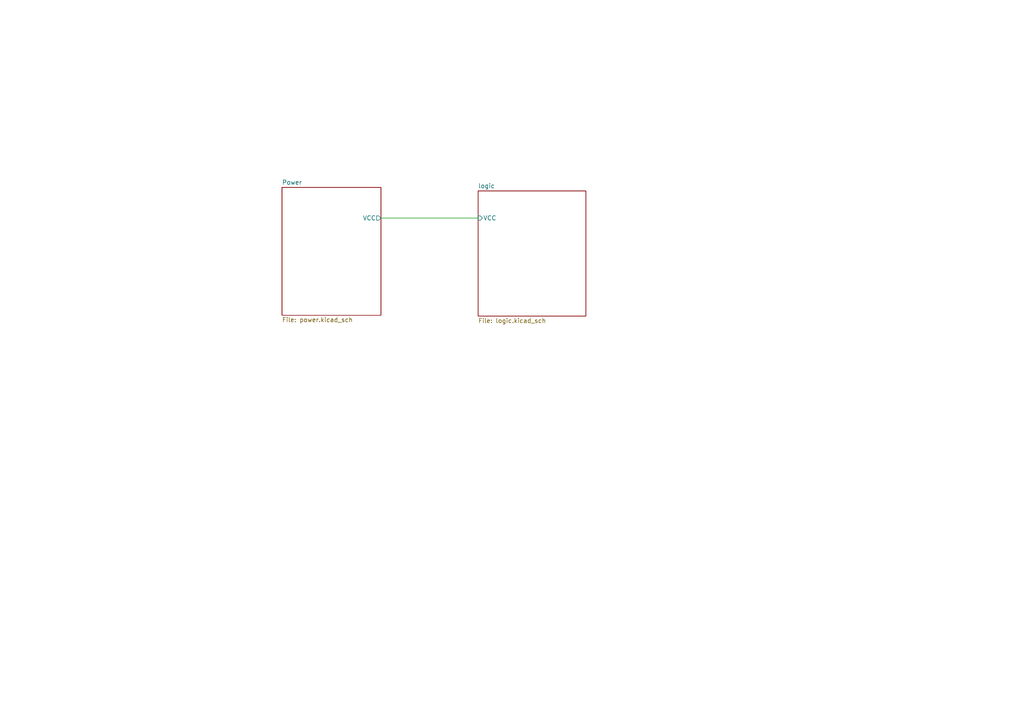
<source format=kicad_sch>
(kicad_sch (version 20211123) (generator eeschema)
  (paper "A4")
  (lib_symbols)
  (wire (pts (xy 110.49 63.246) (xy 138.684 63.246)))
  (sheet (at 81.788 54.356) (size 28.702 37.084)
    (property "Sheet name" "Power" (at 81.788 53.6444 0) (effects (justify left bottom)))
    (property "Sheet file" "power.kicad_sch" (at 81.788 92.0246 0) (effects (justify left top)))
    (pin "VCC" output (at 110.49 63.246 0))
  )
  (sheet (at 138.684 55.372) (size 31.242 36.322)
    (property "Sheet name" "logic" (at 138.684 54.6604 0) (effects (justify left bottom)))
    (property "Sheet file" "logic.kicad_sch" (at 138.684 92.2786 0) (effects (justify left top)))
    (pin "VCC" input (at 138.684 63.246 180))
  )
)
</source>
